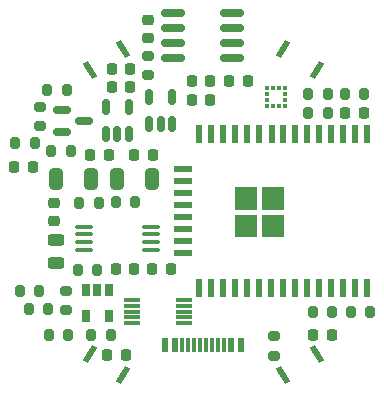
<source format=gtp>
G04 #@! TF.GenerationSoftware,KiCad,Pcbnew,(6.0.0-0)*
G04 #@! TF.CreationDate,2022-01-16T16:26:30+10:00*
G04 #@! TF.ProjectId,osw-light,6f73772d-6c69-4676-9874-2e6b69636164,3.3*
G04 #@! TF.SameCoordinates,Original*
G04 #@! TF.FileFunction,Paste,Top*
G04 #@! TF.FilePolarity,Positive*
%FSLAX46Y46*%
G04 Gerber Fmt 4.6, Leading zero omitted, Abs format (unit mm)*
G04 Created by KiCad (PCBNEW (6.0.0-0)) date 2022-01-16 16:26:30*
%MOMM*%
%LPD*%
G01*
G04 APERTURE LIST*
G04 Aperture macros list*
%AMRoundRect*
0 Rectangle with rounded corners*
0 $1 Rounding radius*
0 $2 $3 $4 $5 $6 $7 $8 $9 X,Y pos of 4 corners*
0 Add a 4 corners polygon primitive as box body*
4,1,4,$2,$3,$4,$5,$6,$7,$8,$9,$2,$3,0*
0 Add four circle primitives for the rounded corners*
1,1,$1+$1,$2,$3*
1,1,$1+$1,$4,$5*
1,1,$1+$1,$6,$7*
1,1,$1+$1,$8,$9*
0 Add four rect primitives between the rounded corners*
20,1,$1+$1,$2,$3,$4,$5,0*
20,1,$1+$1,$4,$5,$6,$7,0*
20,1,$1+$1,$6,$7,$8,$9,0*
20,1,$1+$1,$8,$9,$2,$3,0*%
%AMRotRect*
0 Rectangle, with rotation*
0 The origin of the aperture is its center*
0 $1 length*
0 $2 width*
0 $3 Rotation angle, in degrees counterclockwise*
0 Add horizontal line*
21,1,$1,$2,0,0,$3*%
G04 Aperture macros list end*
%ADD10C,0.100000*%
%ADD11R,0.600000X1.150000*%
%ADD12R,0.300000X1.150000*%
%ADD13RotRect,1.524000X0.500000X303.000000*%
%ADD14RotRect,1.524000X0.500000X237.000000*%
%ADD15RoundRect,0.200000X0.200000X0.275000X-0.200000X0.275000X-0.200000X-0.275000X0.200000X-0.275000X0*%
%ADD16RoundRect,0.225000X-0.225000X-0.250000X0.225000X-0.250000X0.225000X0.250000X-0.225000X0.250000X0*%
%ADD17RoundRect,0.200000X-0.200000X-0.275000X0.200000X-0.275000X0.200000X0.275000X-0.200000X0.275000X0*%
%ADD18RoundRect,0.150000X-0.825000X-0.150000X0.825000X-0.150000X0.825000X0.150000X-0.825000X0.150000X0*%
%ADD19RoundRect,0.225000X0.225000X0.250000X-0.225000X0.250000X-0.225000X-0.250000X0.225000X-0.250000X0*%
%ADD20RoundRect,0.225000X0.250000X-0.225000X0.250000X0.225000X-0.250000X0.225000X-0.250000X-0.225000X0*%
%ADD21RotRect,1.524000X0.500000X123.000000*%
%ADD22R,1.400000X0.300000*%
%ADD23RoundRect,0.100000X0.637500X0.100000X-0.637500X0.100000X-0.637500X-0.100000X0.637500X-0.100000X0*%
%ADD24R,0.350000X0.375000*%
%ADD25R,0.375000X0.350000*%
%ADD26RoundRect,0.200000X-0.275000X0.200000X-0.275000X-0.200000X0.275000X-0.200000X0.275000X0.200000X0*%
%ADD27RoundRect,0.250000X-0.325000X-0.650000X0.325000X-0.650000X0.325000X0.650000X-0.325000X0.650000X0*%
%ADD28RoundRect,0.150000X0.150000X-0.512500X0.150000X0.512500X-0.150000X0.512500X-0.150000X-0.512500X0*%
%ADD29R,0.600000X1.524000*%
%ADD30R,1.524000X0.600000*%
%ADD31RoundRect,0.150000X-0.587500X-0.150000X0.587500X-0.150000X0.587500X0.150000X-0.587500X0.150000X0*%
%ADD32RotRect,1.524000X0.500000X57.000000*%
%ADD33R,0.650000X1.060000*%
%ADD34RoundRect,0.243750X0.456250X-0.243750X0.456250X0.243750X-0.456250X0.243750X-0.456250X-0.243750X0*%
%ADD35RoundRect,0.200000X0.275000X-0.200000X0.275000X0.200000X-0.275000X0.200000X-0.275000X-0.200000X0*%
G04 APERTURE END LIST*
D10*
X78900000Y-101320000D02*
X78900000Y-99520000D01*
X78900000Y-99520000D02*
X80700000Y-99520000D01*
X80700000Y-99520000D02*
X80700000Y-101320000D01*
X80700000Y-101320000D02*
X78900000Y-101320000D01*
G36*
X80700000Y-101320000D02*
G01*
X78900000Y-101320000D01*
X78900000Y-99520000D01*
X80700000Y-99520000D01*
X80700000Y-101320000D01*
G37*
X80700000Y-101320000D02*
X78900000Y-101320000D01*
X78900000Y-99520000D01*
X80700000Y-99520000D01*
X80700000Y-101320000D01*
X81200000Y-103620000D02*
X81200000Y-101820000D01*
X81200000Y-101820000D02*
X83000000Y-101820000D01*
X83000000Y-101820000D02*
X83000000Y-103620000D01*
X83000000Y-103620000D02*
X81200000Y-103620000D01*
G36*
X83000000Y-103620000D02*
G01*
X81200000Y-103620000D01*
X81200000Y-101820000D01*
X83000000Y-101820000D01*
X83000000Y-103620000D01*
G37*
X83000000Y-103620000D02*
X81200000Y-103620000D01*
X81200000Y-101820000D01*
X83000000Y-101820000D01*
X83000000Y-103620000D01*
X78900000Y-103620000D02*
X78900000Y-101820000D01*
X78900000Y-101820000D02*
X80700000Y-101820000D01*
X80700000Y-101820000D02*
X80700000Y-103620000D01*
X80700000Y-103620000D02*
X78900000Y-103620000D01*
G36*
X80700000Y-103620000D02*
G01*
X78900000Y-103620000D01*
X78900000Y-101820000D01*
X80700000Y-101820000D01*
X80700000Y-103620000D01*
G37*
X80700000Y-103620000D02*
X78900000Y-103620000D01*
X78900000Y-101820000D01*
X80700000Y-101820000D01*
X80700000Y-103620000D01*
X81200000Y-101320000D02*
X81200000Y-99520000D01*
X81200000Y-99520000D02*
X83000000Y-99520000D01*
X83000000Y-99520000D02*
X83000000Y-101320000D01*
X83000000Y-101320000D02*
X81200000Y-101320000D01*
G36*
X83000000Y-101320000D02*
G01*
X81200000Y-101320000D01*
X81200000Y-99520000D01*
X83000000Y-99520000D01*
X83000000Y-101320000D01*
G37*
X83000000Y-101320000D02*
X81200000Y-101320000D01*
X81200000Y-99520000D01*
X83000000Y-99520000D01*
X83000000Y-101320000D01*
D11*
X79400000Y-112845000D03*
X73000000Y-112845000D03*
X78600000Y-112845000D03*
X73800000Y-112845000D03*
D12*
X74950000Y-112845000D03*
X75950000Y-112845000D03*
X76450000Y-112845000D03*
X77450000Y-112845000D03*
X77950000Y-112845000D03*
X76950000Y-112845000D03*
X75450000Y-112845000D03*
X74450000Y-112845000D03*
D13*
X85803082Y-113592618D03*
X82993535Y-115417159D03*
D14*
X69406465Y-115417159D03*
X66596918Y-113592618D03*
D15*
X64765000Y-111980000D03*
X63115000Y-111980000D03*
D16*
X68805000Y-106460000D03*
X70355000Y-106460000D03*
D17*
X85484200Y-110109000D03*
X87134200Y-110109000D03*
X88201900Y-91643200D03*
X89851900Y-91643200D03*
D15*
X86740500Y-93218000D03*
X85090500Y-93218000D03*
D17*
X85090500Y-91630500D03*
X86740500Y-91630500D03*
D18*
X73661500Y-84759800D03*
X73661500Y-86029800D03*
X73661500Y-87299800D03*
X73661500Y-88569800D03*
X78611500Y-88569800D03*
X78611500Y-87299800D03*
X78611500Y-86029800D03*
X78611500Y-84759800D03*
D19*
X89801900Y-93218000D03*
X88251900Y-93218000D03*
D16*
X85534200Y-111980000D03*
X87084200Y-111980000D03*
D20*
X71564500Y-86881000D03*
X71564500Y-85331000D03*
D19*
X79975000Y-90500000D03*
X78425000Y-90500000D03*
D17*
X68805000Y-100760000D03*
X70455000Y-100760000D03*
D21*
X66596918Y-89607382D03*
X69406465Y-87782841D03*
D22*
X70140000Y-109030000D03*
X70140000Y-109530000D03*
X70140000Y-110030000D03*
X70140000Y-110530000D03*
X70140000Y-111030000D03*
X74540000Y-111030000D03*
X74540000Y-110530000D03*
X74540000Y-110030000D03*
X74540000Y-109530000D03*
X74540000Y-109030000D03*
D23*
X71812500Y-104785000D03*
X71812500Y-104135000D03*
X71812500Y-103485000D03*
X71812500Y-102835000D03*
X66087500Y-102835000D03*
X66087500Y-103485000D03*
X66087500Y-104135000D03*
X66087500Y-104785000D03*
D24*
X83120000Y-91067500D03*
X82620000Y-91067500D03*
X82120000Y-91067500D03*
X81620000Y-91067500D03*
D25*
X81607500Y-91580000D03*
X81607500Y-92080000D03*
D24*
X81620000Y-92592500D03*
X82120000Y-92592500D03*
X82620000Y-92592500D03*
X83120000Y-92592500D03*
D25*
X83132500Y-92080000D03*
X83132500Y-91580000D03*
D16*
X71895000Y-106460000D03*
X73445000Y-106460000D03*
D26*
X64610000Y-108275000D03*
X64610000Y-109925000D03*
D15*
X90334600Y-110083600D03*
X88684600Y-110083600D03*
D27*
X68885000Y-98780000D03*
X71835000Y-98780000D03*
D16*
X70385000Y-96740000D03*
X71935000Y-96740000D03*
X75225000Y-92100000D03*
X76775000Y-92100000D03*
X75225000Y-90500000D03*
X76775000Y-90500000D03*
D28*
X71650000Y-94137500D03*
X72600000Y-94137500D03*
X73550000Y-94137500D03*
X73550000Y-91862500D03*
X71650000Y-91862500D03*
D29*
X90112000Y-95020000D03*
X89096000Y-95020000D03*
X88080000Y-95020000D03*
X87064000Y-95020000D03*
X86048000Y-95020000D03*
X85032000Y-95020000D03*
X84016000Y-95020000D03*
X83000000Y-95020000D03*
X82000000Y-95020000D03*
X80968000Y-95020000D03*
X79952000Y-95020000D03*
X78936000Y-95020000D03*
X77920000Y-95020000D03*
X76904000Y-95020000D03*
X75888000Y-95020000D03*
D30*
X74500000Y-97964000D03*
X74500000Y-98980000D03*
X74500000Y-99996000D03*
X74500000Y-101012000D03*
X74500000Y-102028000D03*
X74500000Y-103044000D03*
X74500000Y-104060000D03*
X74500000Y-105076000D03*
D29*
X75888000Y-108020000D03*
X76904000Y-108020000D03*
X77920000Y-108020000D03*
X78936000Y-108020000D03*
X79952000Y-108020000D03*
X80968000Y-108020000D03*
X81984000Y-108020000D03*
X83000000Y-108020000D03*
X84016000Y-108020000D03*
X85032000Y-108020000D03*
X86048000Y-108020000D03*
X87064000Y-108020000D03*
X88080000Y-108020000D03*
X89096000Y-108020000D03*
X90112000Y-108020000D03*
D26*
X71564500Y-88392500D03*
X71564500Y-90042500D03*
D15*
X65005000Y-96430000D03*
X63355000Y-96430000D03*
D26*
X62410000Y-92705000D03*
X62410000Y-94355000D03*
D15*
X61925000Y-95800000D03*
X60275000Y-95800000D03*
D19*
X61775000Y-97800000D03*
X60225000Y-97800000D03*
D31*
X64213500Y-92966500D03*
X64213500Y-94866500D03*
X66088500Y-93916500D03*
D15*
X67225000Y-106510000D03*
X65575000Y-106510000D03*
X67355000Y-100880000D03*
X65705000Y-100880000D03*
D20*
X63600000Y-102375000D03*
X63600000Y-100825000D03*
D15*
X63075000Y-109850000D03*
X61425000Y-109850000D03*
D32*
X82993535Y-87782841D03*
X85803082Y-89607382D03*
D16*
X66650000Y-96740000D03*
X68200000Y-96740000D03*
X68445000Y-91050000D03*
X69995000Y-91050000D03*
D27*
X63725000Y-98770000D03*
X66675000Y-98770000D03*
D16*
X68495000Y-89480000D03*
X70045000Y-89480000D03*
D28*
X67990000Y-94987500D03*
X68940000Y-94987500D03*
X69890000Y-94987500D03*
X69890000Y-92712500D03*
X67990000Y-92712500D03*
D16*
X68085000Y-113670000D03*
X69635000Y-113670000D03*
D33*
X68200000Y-108190000D03*
X67250000Y-108190000D03*
X66300000Y-108190000D03*
X66300000Y-110390000D03*
X68200000Y-110390000D03*
D34*
X63700000Y-105887500D03*
X63700000Y-104012500D03*
D15*
X64642500Y-91249500D03*
X62992500Y-91249500D03*
D17*
X60675000Y-108300000D03*
X62325000Y-108300000D03*
D15*
X68365000Y-112040000D03*
X66715000Y-112040000D03*
D35*
X82180000Y-113765000D03*
X82180000Y-112115000D03*
M02*

</source>
